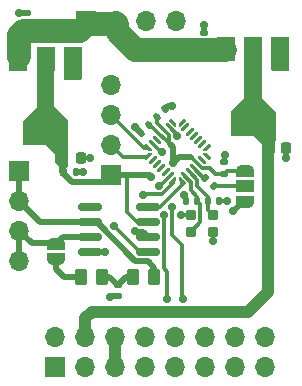
<source format=gtl>
G04 #@! TF.GenerationSoftware,KiCad,Pcbnew,(6.0.7)*
G04 #@! TF.CreationDate,2023-06-30T23:32:05-07:00*
G04 #@! TF.ProjectId,RFD900 Interface,52464439-3030-4204-996e-746572666163,rev?*
G04 #@! TF.SameCoordinates,Original*
G04 #@! TF.FileFunction,Copper,L1,Top*
G04 #@! TF.FilePolarity,Positive*
%FSLAX46Y46*%
G04 Gerber Fmt 4.6, Leading zero omitted, Abs format (unit mm)*
G04 Created by KiCad (PCBNEW (6.0.7)) date 2023-06-30 23:32:05*
%MOMM*%
%LPD*%
G01*
G04 APERTURE LIST*
G04 Aperture macros list*
%AMRoundRect*
0 Rectangle with rounded corners*
0 $1 Rounding radius*
0 $2 $3 $4 $5 $6 $7 $8 $9 X,Y pos of 4 corners*
0 Add a 4 corners polygon primitive as box body*
4,1,4,$2,$3,$4,$5,$6,$7,$8,$9,$2,$3,0*
0 Add four circle primitives for the rounded corners*
1,1,$1+$1,$2,$3*
1,1,$1+$1,$4,$5*
1,1,$1+$1,$6,$7*
1,1,$1+$1,$8,$9*
0 Add four rect primitives between the rounded corners*
20,1,$1+$1,$2,$3,$4,$5,0*
20,1,$1+$1,$4,$5,$6,$7,0*
20,1,$1+$1,$6,$7,$8,$9,0*
20,1,$1+$1,$8,$9,$2,$3,0*%
%AMFreePoly0*
4,1,22,0.500000,-0.750000,0.000000,-0.750000,0.000000,-0.745033,-0.079941,-0.743568,-0.215256,-0.701293,-0.333266,-0.622738,-0.424486,-0.514219,-0.481581,-0.384460,-0.499164,-0.250000,-0.500000,-0.250000,-0.500000,0.250000,-0.499164,0.250000,-0.499963,0.256109,-0.478152,0.396186,-0.417904,0.524511,-0.324060,0.630769,-0.204165,0.706417,-0.067858,0.745374,0.000000,0.744959,0.000000,0.750000,
0.500000,0.750000,0.500000,-0.750000,0.500000,-0.750000,$1*%
%AMFreePoly1*
4,1,20,0.000000,0.744959,0.073905,0.744508,0.209726,0.703889,0.328688,0.626782,0.421226,0.519385,0.479903,0.390333,0.500000,0.250000,0.500000,-0.250000,0.499851,-0.262216,0.476331,-0.402017,0.414519,-0.529596,0.319384,-0.634700,0.198574,-0.708877,0.061801,-0.746166,0.000000,-0.745033,0.000000,-0.750000,-0.500000,-0.750000,-0.500000,0.750000,0.000000,0.750000,0.000000,0.744959,
0.000000,0.744959,$1*%
%AMFreePoly2*
4,1,14,0.230680,0.111820,0.364320,-0.021821,0.377500,-0.053642,0.377500,-0.080000,0.364320,-0.111820,0.332500,-0.125000,-0.332500,-0.125000,-0.364320,-0.111820,-0.377500,-0.080000,-0.377500,0.080000,-0.364320,0.111820,-0.332500,0.125000,0.198860,0.125000,0.230680,0.111820,0.230680,0.111820,$1*%
%AMFreePoly3*
4,1,14,0.364320,0.111820,0.377500,0.080000,0.377501,0.053640,0.364318,0.021819,0.230680,-0.111820,0.198860,-0.125000,-0.332500,-0.125000,-0.364320,-0.111820,-0.377500,-0.080000,-0.377500,0.080000,-0.364320,0.111820,-0.332500,0.125000,0.332500,0.125000,0.364320,0.111820,0.364320,0.111820,$1*%
%AMFreePoly4*
4,1,15,0.053642,0.377500,0.080000,0.377500,0.111820,0.364320,0.125000,0.332500,0.125000,-0.332500,0.111820,-0.364320,0.080000,-0.377500,-0.080000,-0.377500,-0.111820,-0.364320,-0.125000,-0.332500,-0.125000,0.198860,-0.111820,0.230680,0.021820,0.364320,0.053640,0.377501,0.053642,0.377500,0.053642,0.377500,$1*%
%AMFreePoly5*
4,1,14,-0.021820,0.364320,0.111820,0.230679,0.125000,0.198858,0.125000,-0.332500,0.111820,-0.364320,0.080000,-0.377500,-0.080000,-0.377500,-0.111820,-0.364320,-0.125000,-0.332500,-0.125000,0.332500,-0.111820,0.364320,-0.080000,0.377500,-0.053640,0.377500,-0.021820,0.364320,-0.021820,0.364320,$1*%
%AMFreePoly6*
4,1,14,0.364320,0.111820,0.377500,0.080000,0.377500,-0.080000,0.364320,-0.111820,0.332500,-0.125000,-0.198860,-0.125001,-0.230681,-0.111818,-0.364320,0.021820,-0.377500,0.053640,-0.377500,0.080000,-0.364320,0.111820,-0.332500,0.125000,0.332500,0.125000,0.364320,0.111820,0.364320,0.111820,$1*%
%AMFreePoly7*
4,1,15,-0.198858,0.125000,0.332500,0.125000,0.364320,0.111820,0.377500,0.080000,0.377500,-0.080000,0.364320,-0.111820,0.332500,-0.125000,-0.332500,-0.125000,-0.364320,-0.111820,-0.377500,-0.080000,-0.377500,-0.053640,-0.364320,-0.021820,-0.230680,0.111820,-0.198860,0.125001,-0.198858,0.125000,-0.198858,0.125000,$1*%
%AMFreePoly8*
4,1,14,0.111820,0.364320,0.125000,0.332500,0.125001,-0.198860,0.111818,-0.230681,-0.021820,-0.364320,-0.053640,-0.377500,-0.080000,-0.377500,-0.111820,-0.364320,-0.125000,-0.332500,-0.125000,0.332500,-0.111820,0.364320,-0.080000,0.377500,0.080000,0.377500,0.111820,0.364320,0.111820,0.364320,$1*%
%AMFreePoly9*
4,1,14,0.111820,0.364320,0.125000,0.332500,0.125000,-0.332500,0.111820,-0.364320,0.080000,-0.377500,0.053640,-0.377501,0.021819,-0.364318,-0.111820,-0.230680,-0.125000,-0.198860,-0.125000,0.332500,-0.111820,0.364320,-0.080000,0.377500,0.080000,0.377500,0.111820,0.364320,0.111820,0.364320,$1*%
%AMFreePoly10*
4,1,22,0.550000,-0.750000,0.000000,-0.750000,0.000000,-0.745033,-0.079941,-0.743568,-0.215256,-0.701293,-0.333266,-0.622738,-0.424486,-0.514219,-0.481581,-0.384460,-0.499164,-0.250000,-0.500000,-0.250000,-0.500000,0.250000,-0.499164,0.250000,-0.499963,0.256109,-0.478152,0.396186,-0.417904,0.524511,-0.324060,0.630769,-0.204165,0.706417,-0.067858,0.745374,0.000000,0.744959,0.000000,0.750000,
0.550000,0.750000,0.550000,-0.750000,0.550000,-0.750000,$1*%
%AMFreePoly11*
4,1,20,0.000000,0.744959,0.073905,0.744508,0.209726,0.703889,0.328688,0.626782,0.421226,0.519385,0.479903,0.390333,0.500000,0.250000,0.500000,-0.250000,0.499851,-0.262216,0.476331,-0.402017,0.414519,-0.529596,0.319384,-0.634700,0.198574,-0.708877,0.061801,-0.746166,0.000000,-0.745033,0.000000,-0.750000,-0.550000,-0.750000,-0.550000,0.750000,0.000000,0.750000,0.000000,0.744959,
0.000000,0.744959,$1*%
G04 Aperture macros list end*
G04 #@! TA.AperFunction,ComponentPad*
%ADD10R,1.700000X1.700000*%
G04 #@! TD*
G04 #@! TA.AperFunction,ComponentPad*
%ADD11O,1.700000X1.700000*%
G04 #@! TD*
G04 #@! TA.AperFunction,SMDPad,CuDef*
%ADD12RoundRect,0.200000X0.250000X-0.200000X0.250000X0.200000X-0.250000X0.200000X-0.250000X-0.200000X0*%
G04 #@! TD*
G04 #@! TA.AperFunction,SMDPad,CuDef*
%ADD13RoundRect,0.140000X-0.140000X-0.170000X0.140000X-0.170000X0.140000X0.170000X-0.140000X0.170000X0*%
G04 #@! TD*
G04 #@! TA.AperFunction,SMDPad,CuDef*
%ADD14RoundRect,0.140000X-0.170000X0.140000X-0.170000X-0.140000X0.170000X-0.140000X0.170000X0.140000X0*%
G04 #@! TD*
G04 #@! TA.AperFunction,SMDPad,CuDef*
%ADD15FreePoly0,90.000000*%
G04 #@! TD*
G04 #@! TA.AperFunction,SMDPad,CuDef*
%ADD16FreePoly1,90.000000*%
G04 #@! TD*
G04 #@! TA.AperFunction,SMDPad,CuDef*
%ADD17FreePoly2,135.000000*%
G04 #@! TD*
G04 #@! TA.AperFunction,SMDPad,CuDef*
%ADD18RoundRect,0.062500X0.309359X-0.220971X-0.220971X0.309359X-0.309359X0.220971X0.220971X-0.309359X0*%
G04 #@! TD*
G04 #@! TA.AperFunction,SMDPad,CuDef*
%ADD19FreePoly3,135.000000*%
G04 #@! TD*
G04 #@! TA.AperFunction,SMDPad,CuDef*
%ADD20FreePoly4,135.000000*%
G04 #@! TD*
G04 #@! TA.AperFunction,SMDPad,CuDef*
%ADD21RoundRect,0.062500X0.309359X0.220971X0.220971X0.309359X-0.309359X-0.220971X-0.220971X-0.309359X0*%
G04 #@! TD*
G04 #@! TA.AperFunction,SMDPad,CuDef*
%ADD22FreePoly5,135.000000*%
G04 #@! TD*
G04 #@! TA.AperFunction,SMDPad,CuDef*
%ADD23FreePoly6,135.000000*%
G04 #@! TD*
G04 #@! TA.AperFunction,SMDPad,CuDef*
%ADD24FreePoly7,135.000000*%
G04 #@! TD*
G04 #@! TA.AperFunction,SMDPad,CuDef*
%ADD25FreePoly8,135.000000*%
G04 #@! TD*
G04 #@! TA.AperFunction,SMDPad,CuDef*
%ADD26FreePoly9,135.000000*%
G04 #@! TD*
G04 #@! TA.AperFunction,SMDPad,CuDef*
%ADD27RoundRect,0.140000X0.021213X-0.219203X0.219203X-0.021213X-0.021213X0.219203X-0.219203X0.021213X0*%
G04 #@! TD*
G04 #@! TA.AperFunction,SMDPad,CuDef*
%ADD28RoundRect,0.135000X-0.226274X-0.035355X-0.035355X-0.226274X0.226274X0.035355X0.035355X0.226274X0*%
G04 #@! TD*
G04 #@! TA.AperFunction,SMDPad,CuDef*
%ADD29R,1.500000X2.000000*%
G04 #@! TD*
G04 #@! TA.AperFunction,SMDPad,CuDef*
%ADD30R,3.800000X2.000000*%
G04 #@! TD*
G04 #@! TA.AperFunction,SMDPad,CuDef*
%ADD31RoundRect,0.140000X-0.021213X0.219203X-0.219203X0.021213X0.021213X-0.219203X0.219203X-0.021213X0*%
G04 #@! TD*
G04 #@! TA.AperFunction,SMDPad,CuDef*
%ADD32RoundRect,0.150000X0.825000X0.150000X-0.825000X0.150000X-0.825000X-0.150000X0.825000X-0.150000X0*%
G04 #@! TD*
G04 #@! TA.AperFunction,SMDPad,CuDef*
%ADD33RoundRect,0.140000X0.170000X-0.140000X0.170000X0.140000X-0.170000X0.140000X-0.170000X-0.140000X0*%
G04 #@! TD*
G04 #@! TA.AperFunction,SMDPad,CuDef*
%ADD34RoundRect,0.250000X-0.262500X-0.450000X0.262500X-0.450000X0.262500X0.450000X-0.262500X0.450000X0*%
G04 #@! TD*
G04 #@! TA.AperFunction,SMDPad,CuDef*
%ADD35FreePoly10,90.000000*%
G04 #@! TD*
G04 #@! TA.AperFunction,SMDPad,CuDef*
%ADD36R,1.500000X1.000000*%
G04 #@! TD*
G04 #@! TA.AperFunction,SMDPad,CuDef*
%ADD37FreePoly11,90.000000*%
G04 #@! TD*
G04 #@! TA.AperFunction,SMDPad,CuDef*
%ADD38RoundRect,0.140000X0.140000X0.170000X-0.140000X0.170000X-0.140000X-0.170000X0.140000X-0.170000X0*%
G04 #@! TD*
G04 #@! TA.AperFunction,SMDPad,CuDef*
%ADD39RoundRect,0.225000X-0.225000X-0.250000X0.225000X-0.250000X0.225000X0.250000X-0.225000X0.250000X0*%
G04 #@! TD*
G04 #@! TA.AperFunction,ViaPad*
%ADD40C,0.700000*%
G04 #@! TD*
G04 #@! TA.AperFunction,Conductor*
%ADD41C,2.000000*%
G04 #@! TD*
G04 #@! TA.AperFunction,Conductor*
%ADD42C,0.500000*%
G04 #@! TD*
G04 #@! TA.AperFunction,Conductor*
%ADD43C,0.300000*%
G04 #@! TD*
G04 #@! TA.AperFunction,Conductor*
%ADD44C,1.000000*%
G04 #@! TD*
G04 APERTURE END LIST*
D10*
X27325000Y-40300000D03*
D11*
X27325000Y-42840000D03*
X27325000Y-45380000D03*
X27325000Y-47920000D03*
D12*
X41900000Y-45500000D03*
X43750000Y-45500000D03*
X43750000Y-44050000D03*
X41900000Y-44050000D03*
D13*
X31195000Y-40450000D03*
X32155000Y-40450000D03*
D14*
X35700000Y-50000000D03*
X35700000Y-50960000D03*
D15*
X30475000Y-47800000D03*
D16*
X30475000Y-46500000D03*
D13*
X43345000Y-42850000D03*
X44305000Y-42850000D03*
D17*
X41126786Y-41198106D03*
D18*
X41437913Y-40802126D03*
X41791466Y-40448573D03*
X42145019Y-40095019D03*
X42498573Y-39741466D03*
X42852126Y-39387913D03*
D19*
X43248106Y-39076786D03*
D20*
X43248106Y-38373214D03*
D21*
X42852126Y-38062087D03*
X42498573Y-37708534D03*
X42145019Y-37354981D03*
X41791466Y-37001427D03*
X41437913Y-36647874D03*
D22*
X41126786Y-36251894D03*
D23*
X40423214Y-36251894D03*
D18*
X40112087Y-36647874D03*
X39758534Y-37001427D03*
X39404981Y-37354981D03*
X39051427Y-37708534D03*
X38697874Y-38062087D03*
D24*
X38301894Y-38373214D03*
D25*
X38301894Y-39076786D03*
D21*
X38697874Y-39387913D03*
X39051427Y-39741466D03*
X39404981Y-40095019D03*
X39758534Y-40448573D03*
X40112087Y-40802126D03*
D26*
X40423214Y-41198106D03*
D27*
X39010589Y-35739411D03*
X39689411Y-35060589D03*
D28*
X43114376Y-40914376D03*
X43835624Y-41635624D03*
D29*
X49475000Y-30025000D03*
X47175000Y-30025000D03*
D30*
X47175000Y-36325000D03*
D29*
X44875000Y-30025000D03*
D31*
X38339411Y-36410589D03*
X37660589Y-37089411D03*
D32*
X38275000Y-47205000D03*
X38275000Y-45935000D03*
X38275000Y-44665000D03*
X38275000Y-43395000D03*
X33325000Y-43395000D03*
X33325000Y-44665000D03*
X33325000Y-45935000D03*
X33325000Y-47205000D03*
D33*
X28000000Y-27930000D03*
X28000000Y-26970000D03*
D34*
X36987500Y-49330000D03*
X38812500Y-49330000D03*
D10*
X35150000Y-40700000D03*
D11*
X35150000Y-38160000D03*
X35150000Y-35620000D03*
X35150000Y-33080000D03*
D33*
X43025000Y-29580000D03*
X43025000Y-28620000D03*
D29*
X31900000Y-30850000D03*
D30*
X29600000Y-37150000D03*
D29*
X29600000Y-30850000D03*
X27300000Y-30850000D03*
D35*
X46525000Y-42925000D03*
D36*
X46525000Y-41625000D03*
D37*
X46525000Y-40325000D03*
D38*
X42430000Y-42850000D03*
X41470000Y-42850000D03*
D33*
X44725000Y-40555000D03*
X44725000Y-39595000D03*
D10*
X33050000Y-27600000D03*
D11*
X35590000Y-27600000D03*
X38130000Y-27600000D03*
X40670000Y-27600000D03*
D39*
X31025000Y-39225000D03*
X32575000Y-39225000D03*
D34*
X32587500Y-49305000D03*
X34412500Y-49305000D03*
D39*
X48400000Y-38400000D03*
X49950000Y-38400000D03*
D10*
X30380000Y-56915000D03*
D11*
X30380000Y-54375000D03*
X32920000Y-56915000D03*
X32920000Y-54375000D03*
X35460000Y-56915000D03*
X35460000Y-54375000D03*
X38000000Y-56915000D03*
X38000000Y-54375000D03*
X40540000Y-56915000D03*
X40540000Y-54375000D03*
X43080000Y-56915000D03*
X43080000Y-54375000D03*
X45620000Y-56915000D03*
X45620000Y-54375000D03*
X48160000Y-56915000D03*
X48160000Y-54375000D03*
D40*
X44750000Y-38975000D03*
X49100000Y-31400000D03*
X34650000Y-47200000D03*
X40725000Y-37350000D03*
X43750000Y-46250000D03*
X32800000Y-40450000D03*
X27351580Y-26940180D03*
X35025000Y-50975000D03*
X49850000Y-31400000D03*
X32300000Y-32225000D03*
X40325000Y-34825000D03*
X37167653Y-45454986D03*
X33375000Y-39225000D03*
X31500000Y-32225000D03*
X44925000Y-42875000D03*
X41301752Y-42337491D03*
X43025000Y-28000000D03*
X45450000Y-43750000D03*
X37175000Y-36625000D03*
X41100000Y-44050000D03*
X49975000Y-39225000D03*
X40400000Y-39650000D03*
X38525000Y-40825000D03*
X39430791Y-38725000D03*
X35351068Y-44973932D03*
X39173942Y-41624500D03*
X41200000Y-51200500D03*
X40275000Y-43375000D03*
X39900000Y-51175000D03*
X37875000Y-42350000D03*
X39604400Y-44029646D03*
D41*
X32500000Y-28450000D02*
X33075000Y-27875000D01*
X33075000Y-27875000D02*
X35615000Y-27875000D01*
X35615000Y-27875000D02*
X35615000Y-28515000D01*
X27350000Y-28800000D02*
X27700000Y-28450000D01*
X37200000Y-30100000D02*
X44750000Y-30100000D01*
X27700000Y-28450000D02*
X32500000Y-28450000D01*
X27350000Y-30650000D02*
X27350000Y-28800000D01*
X35615000Y-28515000D02*
X37200000Y-30100000D01*
D42*
X35025000Y-50975000D02*
X35040000Y-50960000D01*
X49950000Y-39200000D02*
X49975000Y-39225000D01*
X46525000Y-42925000D02*
X46275000Y-42925000D01*
D43*
X44725000Y-39000000D02*
X44750000Y-38975000D01*
X41470000Y-42850000D02*
X41470000Y-42505739D01*
D42*
X34650000Y-47200000D02*
X34645000Y-47205000D01*
X46275000Y-42925000D02*
X45450000Y-43750000D01*
D43*
X44900000Y-42850000D02*
X44925000Y-42875000D01*
D42*
X37167653Y-45454986D02*
X37212667Y-45500000D01*
D43*
X32575000Y-39225000D02*
X33375000Y-39225000D01*
X40725000Y-37260787D02*
X40112087Y-36647874D01*
X41470000Y-42505739D02*
X41301752Y-42337491D01*
D42*
X39925000Y-34825000D02*
X40325000Y-34825000D01*
D43*
X41900000Y-44050000D02*
X41100000Y-44050000D01*
D42*
X27351580Y-26940180D02*
X27381400Y-26970000D01*
X32155000Y-40450000D02*
X32800000Y-40450000D01*
X43025000Y-28620000D02*
X43025000Y-28000000D01*
X34645000Y-47205000D02*
X33325000Y-47205000D01*
X27381400Y-26970000D02*
X28000000Y-26970000D01*
X37212667Y-45500000D02*
X37840000Y-45500000D01*
X35040000Y-50960000D02*
X35700000Y-50960000D01*
D43*
X43750000Y-45500000D02*
X43750000Y-46250000D01*
X44725000Y-39595000D02*
X44725000Y-39000000D01*
X40725000Y-37350000D02*
X40725000Y-37260787D01*
D42*
X37196178Y-36625000D02*
X37660589Y-37089411D01*
X37840000Y-45500000D02*
X38275000Y-45935000D01*
X39689411Y-35060589D02*
X39925000Y-34825000D01*
X37175000Y-36625000D02*
X37196178Y-36625000D01*
X49950000Y-38400000D02*
X49950000Y-39200000D01*
D43*
X44305000Y-42850000D02*
X44900000Y-42850000D01*
D44*
X32920000Y-52830000D02*
X32920000Y-54375000D01*
X48400000Y-38400000D02*
X48400000Y-50600000D01*
X46750000Y-52250000D02*
X33500000Y-52250000D01*
X48400000Y-50600000D02*
X46750000Y-52250000D01*
X33500000Y-52250000D02*
X32920000Y-52830000D01*
D43*
X39429981Y-37354981D02*
X40100000Y-38025000D01*
X44955000Y-40325000D02*
X44725000Y-40555000D01*
D42*
X40400000Y-39650000D02*
X40900000Y-39150000D01*
X40400000Y-38325000D02*
X40100000Y-38025000D01*
D43*
X37340000Y-44665000D02*
X36475000Y-43800000D01*
X46525000Y-40325000D02*
X44955000Y-40325000D01*
X40025000Y-37950000D02*
X40100000Y-38025000D01*
X43484772Y-40109772D02*
X43930000Y-40555000D01*
D42*
X40900000Y-39150000D02*
X41875000Y-39150000D01*
X31025000Y-39225000D02*
X31025000Y-40464386D01*
D43*
X42498573Y-39741466D02*
X42498573Y-39723573D01*
D42*
X36475000Y-40700000D02*
X38400000Y-40700000D01*
D43*
X43930000Y-40555000D02*
X44725000Y-40555000D01*
D42*
X31025000Y-40464386D02*
X31810614Y-41250000D01*
D43*
X39758534Y-37001427D02*
X40025000Y-37267893D01*
X36475000Y-43800000D02*
X36475000Y-40700000D01*
X42498573Y-39741466D02*
X42866879Y-40109772D01*
D42*
X40400000Y-39650000D02*
X40400000Y-38325000D01*
D43*
X41925000Y-39150000D02*
X41875000Y-39150000D01*
D42*
X38400000Y-40700000D02*
X38525000Y-40825000D01*
D43*
X38460589Y-36410589D02*
X39404981Y-37354981D01*
D42*
X35150000Y-40700000D02*
X36475000Y-40700000D01*
D43*
X42498573Y-39723573D02*
X41925000Y-39150000D01*
D42*
X31810614Y-41250000D02*
X34600000Y-41250000D01*
D43*
X42866879Y-40109772D02*
X43484772Y-40109772D01*
X39010589Y-36253482D02*
X39758534Y-37001427D01*
X38275000Y-44665000D02*
X37340000Y-44665000D01*
X38339411Y-36410589D02*
X38460589Y-36410589D01*
D42*
X34600000Y-41250000D02*
X35150000Y-40700000D01*
D43*
X39010589Y-35739411D02*
X39010589Y-36253482D01*
X40025000Y-37267893D02*
X40025000Y-37950000D01*
X39404981Y-37354981D02*
X39429981Y-37354981D01*
D42*
X35005000Y-49305000D02*
X35700000Y-50000000D01*
X36370000Y-49330000D02*
X35700000Y-50000000D01*
X36987500Y-49330000D02*
X36370000Y-49330000D01*
X34412500Y-49305000D02*
X35005000Y-49305000D01*
D43*
X42430000Y-42850000D02*
X42700000Y-43120000D01*
X41900000Y-41975000D02*
X41900000Y-41282106D01*
X42430000Y-42505000D02*
X41900000Y-41975000D01*
X41900000Y-41282106D02*
X41428966Y-40811072D01*
X42700000Y-44700000D02*
X41900000Y-45500000D01*
X42430000Y-42850000D02*
X42430000Y-42505000D01*
X42700000Y-43120000D02*
X42700000Y-44700000D01*
X42403101Y-41576862D02*
X43345000Y-42518761D01*
X42403101Y-41078101D02*
X42403101Y-41576862D01*
X43345000Y-42850000D02*
X43345000Y-43645000D01*
X43345000Y-43645000D02*
X43750000Y-44050000D01*
X41791466Y-40448573D02*
X41791466Y-40466466D01*
X43345000Y-42518761D02*
X43345000Y-42850000D01*
X41791466Y-40466466D02*
X42403101Y-41078101D01*
X38301894Y-38373214D02*
X37903214Y-38373214D01*
X37903214Y-38373214D02*
X35150000Y-35620000D01*
X35150000Y-38160000D02*
X36165000Y-39175000D01*
X38203680Y-39175000D02*
X38301894Y-39076786D01*
X36165000Y-39175000D02*
X38203680Y-39175000D01*
D42*
X38255000Y-47955000D02*
X37201472Y-47955000D01*
X37201472Y-47955000D02*
X33911472Y-44665000D01*
X38812500Y-49330000D02*
X38812500Y-48512500D01*
X27325000Y-40300000D02*
X27325000Y-42840000D01*
X33911472Y-44665000D02*
X33325000Y-44665000D01*
X38812500Y-48512500D02*
X38255000Y-47955000D01*
X29150000Y-44665000D02*
X33325000Y-44665000D01*
X27325000Y-42840000D02*
X29150000Y-44665000D01*
X33325000Y-45935000D02*
X31040000Y-45935000D01*
X28420000Y-46475000D02*
X30450000Y-46475000D01*
X31040000Y-45935000D02*
X30475000Y-46500000D01*
X27325000Y-45380000D02*
X28420000Y-46475000D01*
X27325000Y-45380000D02*
X27325000Y-47920000D01*
X30450000Y-46475000D02*
X30475000Y-46500000D01*
X31155000Y-49305000D02*
X32587500Y-49305000D01*
X30475000Y-47800000D02*
X30475000Y-48625000D01*
X30475000Y-48625000D02*
X31155000Y-49305000D01*
D43*
X42145019Y-40095019D02*
X42964376Y-40914376D01*
X42964376Y-40914376D02*
X43114376Y-40914376D01*
X46514376Y-41635624D02*
X46525000Y-41625000D01*
X43835624Y-41635624D02*
X46514376Y-41635624D01*
X35351068Y-44973932D02*
X37582136Y-47205000D01*
X39430791Y-38725000D02*
X39360787Y-38725000D01*
X39360787Y-38725000D02*
X38697874Y-38062087D01*
X37582136Y-47205000D02*
X38275000Y-47205000D01*
X41126786Y-41523214D02*
X41126786Y-41215998D01*
X38275000Y-43395000D02*
X39255000Y-43395000D01*
X39255000Y-43395000D02*
X41126786Y-41523214D01*
X41126786Y-41215998D02*
X41117840Y-41207052D01*
X41200000Y-51200500D02*
X41175000Y-51175500D01*
X40112087Y-40802126D02*
X39289713Y-41624500D01*
X40304400Y-43404400D02*
X40275000Y-43375000D01*
X41175000Y-51175500D02*
X41175000Y-46600000D01*
X39289713Y-41624500D02*
X39173942Y-41624500D01*
X41175000Y-46600000D02*
X40304400Y-45729400D01*
X40304400Y-45729400D02*
X40304400Y-43404400D01*
X39604400Y-48560872D02*
X39604400Y-44029646D01*
X40423214Y-41365178D02*
X40423214Y-41198106D01*
X39900000Y-51175000D02*
X39900000Y-48856472D01*
X39463892Y-42324500D02*
X40423214Y-41365178D01*
X39900000Y-48856472D02*
X39604400Y-48560872D01*
X37900500Y-42324500D02*
X39463892Y-42324500D01*
X37875000Y-42350000D02*
X37900500Y-42324500D01*
D44*
X35460000Y-54375000D02*
X35460000Y-56915000D01*
G04 #@! TA.AperFunction,Conductor*
G36*
X47867121Y-29045002D02*
G01*
X47913614Y-29098658D01*
X47925000Y-29151000D01*
X47925000Y-34125000D01*
X47932599Y-34132764D01*
X49039048Y-35263266D01*
X49072401Y-35325940D01*
X49075000Y-35351398D01*
X49075000Y-37770872D01*
X49060000Y-37823806D01*
X49062633Y-37825034D01*
X49059541Y-37831664D01*
X49055698Y-37837899D01*
X49001851Y-38000243D01*
X48991500Y-38101268D01*
X48991500Y-38698732D01*
X48991836Y-38701973D01*
X48991837Y-38701987D01*
X48995366Y-38735998D01*
X48982501Y-38805819D01*
X48933929Y-38857600D01*
X48870039Y-38875000D01*
X48076000Y-38875000D01*
X48007879Y-38854998D01*
X47961386Y-38801342D01*
X47950000Y-38749000D01*
X47950000Y-38100000D01*
X47175000Y-37325000D01*
X45401000Y-37325000D01*
X45332879Y-37304998D01*
X45286386Y-37251342D01*
X45275000Y-37199000D01*
X45275000Y-35375628D01*
X45295002Y-35307507D01*
X45310029Y-35288448D01*
X46425000Y-34125000D01*
X46425000Y-29151000D01*
X46445002Y-29082879D01*
X46498658Y-29036386D01*
X46551000Y-29025000D01*
X47799000Y-29025000D01*
X47867121Y-29045002D01*
G37*
G04 #@! TD.AperFunction*
G04 #@! TA.AperFunction,Conductor*
G36*
X32479502Y-29958549D02*
G01*
X32527519Y-29959890D01*
X32595053Y-29981786D01*
X32640030Y-30036719D01*
X32650000Y-30085841D01*
X32650000Y-32499000D01*
X32629998Y-32567121D01*
X32576342Y-32613614D01*
X32524000Y-32625000D01*
X31276000Y-32625000D01*
X31207879Y-32604998D01*
X31161386Y-32551342D01*
X31150000Y-32499000D01*
X31150000Y-30084500D01*
X31170002Y-30016379D01*
X31223658Y-29969886D01*
X31276000Y-29958500D01*
X32475984Y-29958500D01*
X32479502Y-29958549D01*
G37*
G04 #@! TD.AperFunction*
G04 #@! TA.AperFunction,Conductor*
G36*
X50167121Y-29045002D02*
G01*
X50213614Y-29098658D01*
X50225000Y-29151000D01*
X50225000Y-31724000D01*
X50204998Y-31792121D01*
X50151342Y-31838614D01*
X50099000Y-31850000D01*
X48851000Y-31850000D01*
X48782879Y-31829998D01*
X48736386Y-31776342D01*
X48725000Y-31724000D01*
X48725000Y-29151000D01*
X48745002Y-29082879D01*
X48798658Y-29036386D01*
X48851000Y-29025000D01*
X50099000Y-29025000D01*
X50167121Y-29045002D01*
G37*
G04 #@! TD.AperFunction*
G04 #@! TA.AperFunction,Conductor*
G36*
X30292121Y-29978502D02*
G01*
X30338614Y-30032158D01*
X30350000Y-30084500D01*
X30350000Y-34950000D01*
X30357599Y-34957764D01*
X31464048Y-36088266D01*
X31497401Y-36150940D01*
X31500000Y-36176398D01*
X31500000Y-39842385D01*
X31482453Y-39906524D01*
X31419144Y-40013574D01*
X31419142Y-40013578D01*
X31415106Y-40020403D01*
X31369394Y-40177746D01*
X31366500Y-40214516D01*
X31366500Y-40649000D01*
X31346498Y-40717121D01*
X31292842Y-40763614D01*
X31240500Y-40775000D01*
X30976000Y-40775000D01*
X30907879Y-40754998D01*
X30861386Y-40701342D01*
X30850000Y-40649000D01*
X30850000Y-40000000D01*
X30736494Y-39906524D01*
X30470901Y-39687801D01*
X30431032Y-39629056D01*
X30425000Y-39590538D01*
X30425000Y-38925000D01*
X30417655Y-38918100D01*
X29613205Y-38162404D01*
X29613203Y-38162403D01*
X29600000Y-38150000D01*
X27826000Y-38150000D01*
X27757879Y-38129998D01*
X27711386Y-38076342D01*
X27700000Y-38024000D01*
X27700000Y-36200628D01*
X27720002Y-36132507D01*
X27735029Y-36113448D01*
X28850000Y-34950000D01*
X28850000Y-30839526D01*
X28851839Y-30818080D01*
X28856504Y-30791074D01*
X28856505Y-30791068D01*
X28857179Y-30787164D01*
X28858500Y-30758075D01*
X28858500Y-30084500D01*
X28878502Y-30016379D01*
X28932158Y-29969886D01*
X28984500Y-29958500D01*
X30224000Y-29958500D01*
X30292121Y-29978502D01*
G37*
G04 #@! TD.AperFunction*
M02*

</source>
